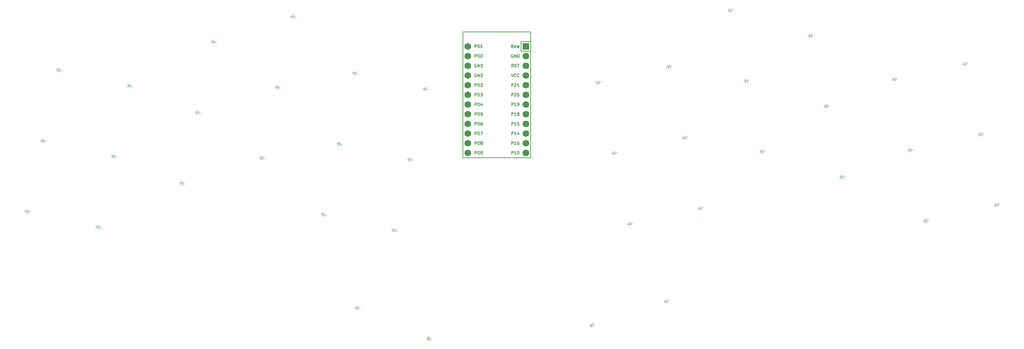
<source format=gbr>
%TF.GenerationSoftware,KiCad,Pcbnew,8.0.7*%
%TF.CreationDate,2025-03-02T16:24:29+01:00*%
%TF.ProjectId,pcb-adjusted,7063622d-6164-46a7-9573-7465642e6b69,v1.0.0*%
%TF.SameCoordinates,Original*%
%TF.FileFunction,Legend,Top*%
%TF.FilePolarity,Positive*%
%FSLAX46Y46*%
G04 Gerber Fmt 4.6, Leading zero omitted, Abs format (unit mm)*
G04 Created by KiCad (PCBNEW 8.0.7) date 2025-03-02 16:24:29*
%MOMM*%
%LPD*%
G01*
G04 APERTURE LIST*
%ADD10C,0.150000*%
%ADD11C,0.100000*%
%ADD12R,1.752600X1.752600*%
%ADD13C,1.752600*%
G04 APERTURE END LIST*
D10*
X203108870Y-119022289D02*
X203108870Y-118222289D01*
X203108870Y-118222289D02*
X203413632Y-118222289D01*
X203413632Y-118222289D02*
X203489822Y-118260384D01*
X203489822Y-118260384D02*
X203527917Y-118298479D01*
X203527917Y-118298479D02*
X203566013Y-118374670D01*
X203566013Y-118374670D02*
X203566013Y-118488955D01*
X203566013Y-118488955D02*
X203527917Y-118565146D01*
X203527917Y-118565146D02*
X203489822Y-118603241D01*
X203489822Y-118603241D02*
X203413632Y-118641336D01*
X203413632Y-118641336D02*
X203108870Y-118641336D01*
X204061251Y-118222289D02*
X204137441Y-118222289D01*
X204137441Y-118222289D02*
X204213632Y-118260384D01*
X204213632Y-118260384D02*
X204251727Y-118298479D01*
X204251727Y-118298479D02*
X204289822Y-118374670D01*
X204289822Y-118374670D02*
X204327917Y-118527051D01*
X204327917Y-118527051D02*
X204327917Y-118717527D01*
X204327917Y-118717527D02*
X204289822Y-118869908D01*
X204289822Y-118869908D02*
X204251727Y-118946098D01*
X204251727Y-118946098D02*
X204213632Y-118984194D01*
X204213632Y-118984194D02*
X204137441Y-119022289D01*
X204137441Y-119022289D02*
X204061251Y-119022289D01*
X204061251Y-119022289D02*
X203985060Y-118984194D01*
X203985060Y-118984194D02*
X203946965Y-118946098D01*
X203946965Y-118946098D02*
X203908870Y-118869908D01*
X203908870Y-118869908D02*
X203870774Y-118717527D01*
X203870774Y-118717527D02*
X203870774Y-118527051D01*
X203870774Y-118527051D02*
X203908870Y-118374670D01*
X203908870Y-118374670D02*
X203946965Y-118298479D01*
X203946965Y-118298479D02*
X203985060Y-118260384D01*
X203985060Y-118260384D02*
X204061251Y-118222289D01*
X205089822Y-119022289D02*
X204632679Y-119022289D01*
X204861251Y-119022289D02*
X204861251Y-118222289D01*
X204861251Y-118222289D02*
X204785060Y-118336574D01*
X204785060Y-118336574D02*
X204708870Y-118412765D01*
X204708870Y-118412765D02*
X204632679Y-118450860D01*
X203108868Y-129182293D02*
X203108868Y-128382293D01*
X203108868Y-128382293D02*
X203413630Y-128382293D01*
X203413630Y-128382293D02*
X203489820Y-128420388D01*
X203489820Y-128420388D02*
X203527915Y-128458483D01*
X203527915Y-128458483D02*
X203566011Y-128534674D01*
X203566011Y-128534674D02*
X203566011Y-128648959D01*
X203566011Y-128648959D02*
X203527915Y-128725150D01*
X203527915Y-128725150D02*
X203489820Y-128763245D01*
X203489820Y-128763245D02*
X203413630Y-128801340D01*
X203413630Y-128801340D02*
X203108868Y-128801340D01*
X204061249Y-128382293D02*
X204137439Y-128382293D01*
X204137439Y-128382293D02*
X204213630Y-128420388D01*
X204213630Y-128420388D02*
X204251725Y-128458483D01*
X204251725Y-128458483D02*
X204289820Y-128534674D01*
X204289820Y-128534674D02*
X204327915Y-128687055D01*
X204327915Y-128687055D02*
X204327915Y-128877531D01*
X204327915Y-128877531D02*
X204289820Y-129029912D01*
X204289820Y-129029912D02*
X204251725Y-129106102D01*
X204251725Y-129106102D02*
X204213630Y-129144198D01*
X204213630Y-129144198D02*
X204137439Y-129182293D01*
X204137439Y-129182293D02*
X204061249Y-129182293D01*
X204061249Y-129182293D02*
X203985058Y-129144198D01*
X203985058Y-129144198D02*
X203946963Y-129106102D01*
X203946963Y-129106102D02*
X203908868Y-129029912D01*
X203908868Y-129029912D02*
X203870772Y-128877531D01*
X203870772Y-128877531D02*
X203870772Y-128687055D01*
X203870772Y-128687055D02*
X203908868Y-128534674D01*
X203908868Y-128534674D02*
X203946963Y-128458483D01*
X203946963Y-128458483D02*
X203985058Y-128420388D01*
X203985058Y-128420388D02*
X204061249Y-128382293D01*
X204632677Y-128458483D02*
X204670773Y-128420388D01*
X204670773Y-128420388D02*
X204746963Y-128382293D01*
X204746963Y-128382293D02*
X204937439Y-128382293D01*
X204937439Y-128382293D02*
X205013630Y-128420388D01*
X205013630Y-128420388D02*
X205051725Y-128458483D01*
X205051725Y-128458483D02*
X205089820Y-128534674D01*
X205089820Y-128534674D02*
X205089820Y-128610864D01*
X205089820Y-128610864D02*
X205051725Y-128725150D01*
X205051725Y-128725150D02*
X204594582Y-129182293D01*
X204594582Y-129182293D02*
X205089820Y-129182293D01*
X213127923Y-119022285D02*
X212861256Y-118641332D01*
X212670780Y-119022285D02*
X212670780Y-118222285D01*
X212670780Y-118222285D02*
X212975542Y-118222285D01*
X212975542Y-118222285D02*
X213051732Y-118260380D01*
X213051732Y-118260380D02*
X213089827Y-118298475D01*
X213089827Y-118298475D02*
X213127923Y-118374666D01*
X213127923Y-118374666D02*
X213127923Y-118488951D01*
X213127923Y-118488951D02*
X213089827Y-118565142D01*
X213089827Y-118565142D02*
X213051732Y-118603237D01*
X213051732Y-118603237D02*
X212975542Y-118641332D01*
X212975542Y-118641332D02*
X212670780Y-118641332D01*
X213432684Y-118793713D02*
X213813637Y-118793713D01*
X213356494Y-119022285D02*
X213623161Y-118222285D01*
X213623161Y-118222285D02*
X213889827Y-119022285D01*
X214080303Y-118222285D02*
X214270779Y-119022285D01*
X214270779Y-119022285D02*
X214423160Y-118450856D01*
X214423160Y-118450856D02*
X214575541Y-119022285D01*
X214575541Y-119022285D02*
X214766018Y-118222285D01*
X203108870Y-131722290D02*
X203108870Y-130922290D01*
X203108870Y-130922290D02*
X203413632Y-130922290D01*
X203413632Y-130922290D02*
X203489822Y-130960385D01*
X203489822Y-130960385D02*
X203527917Y-130998480D01*
X203527917Y-130998480D02*
X203566013Y-131074671D01*
X203566013Y-131074671D02*
X203566013Y-131188956D01*
X203566013Y-131188956D02*
X203527917Y-131265147D01*
X203527917Y-131265147D02*
X203489822Y-131303242D01*
X203489822Y-131303242D02*
X203413632Y-131341337D01*
X203413632Y-131341337D02*
X203108870Y-131341337D01*
X204061251Y-130922290D02*
X204137441Y-130922290D01*
X204137441Y-130922290D02*
X204213632Y-130960385D01*
X204213632Y-130960385D02*
X204251727Y-130998480D01*
X204251727Y-130998480D02*
X204289822Y-131074671D01*
X204289822Y-131074671D02*
X204327917Y-131227052D01*
X204327917Y-131227052D02*
X204327917Y-131417528D01*
X204327917Y-131417528D02*
X204289822Y-131569909D01*
X204289822Y-131569909D02*
X204251727Y-131646099D01*
X204251727Y-131646099D02*
X204213632Y-131684195D01*
X204213632Y-131684195D02*
X204137441Y-131722290D01*
X204137441Y-131722290D02*
X204061251Y-131722290D01*
X204061251Y-131722290D02*
X203985060Y-131684195D01*
X203985060Y-131684195D02*
X203946965Y-131646099D01*
X203946965Y-131646099D02*
X203908870Y-131569909D01*
X203908870Y-131569909D02*
X203870774Y-131417528D01*
X203870774Y-131417528D02*
X203870774Y-131227052D01*
X203870774Y-131227052D02*
X203908870Y-131074671D01*
X203908870Y-131074671D02*
X203946965Y-130998480D01*
X203946965Y-130998480D02*
X203985060Y-130960385D01*
X203985060Y-130960385D02*
X204061251Y-130922290D01*
X204594584Y-130922290D02*
X205089822Y-130922290D01*
X205089822Y-130922290D02*
X204823156Y-131227052D01*
X204823156Y-131227052D02*
X204937441Y-131227052D01*
X204937441Y-131227052D02*
X205013632Y-131265147D01*
X205013632Y-131265147D02*
X205051727Y-131303242D01*
X205051727Y-131303242D02*
X205089822Y-131379433D01*
X205089822Y-131379433D02*
X205089822Y-131569909D01*
X205089822Y-131569909D02*
X205051727Y-131646099D01*
X205051727Y-131646099D02*
X205013632Y-131684195D01*
X205013632Y-131684195D02*
X204937441Y-131722290D01*
X204937441Y-131722290D02*
X204708870Y-131722290D01*
X204708870Y-131722290D02*
X204632679Y-131684195D01*
X204632679Y-131684195D02*
X204594584Y-131646099D01*
X212708872Y-131722291D02*
X212708872Y-130922291D01*
X212708872Y-130922291D02*
X213013634Y-130922291D01*
X213013634Y-130922291D02*
X213089824Y-130960386D01*
X213089824Y-130960386D02*
X213127919Y-130998481D01*
X213127919Y-130998481D02*
X213166015Y-131074672D01*
X213166015Y-131074672D02*
X213166015Y-131188957D01*
X213166015Y-131188957D02*
X213127919Y-131265148D01*
X213127919Y-131265148D02*
X213089824Y-131303243D01*
X213089824Y-131303243D02*
X213013634Y-131341338D01*
X213013634Y-131341338D02*
X212708872Y-131341338D01*
X213470776Y-130998481D02*
X213508872Y-130960386D01*
X213508872Y-130960386D02*
X213585062Y-130922291D01*
X213585062Y-130922291D02*
X213775538Y-130922291D01*
X213775538Y-130922291D02*
X213851729Y-130960386D01*
X213851729Y-130960386D02*
X213889824Y-130998481D01*
X213889824Y-130998481D02*
X213927919Y-131074672D01*
X213927919Y-131074672D02*
X213927919Y-131150862D01*
X213927919Y-131150862D02*
X213889824Y-131265148D01*
X213889824Y-131265148D02*
X213432681Y-131722291D01*
X213432681Y-131722291D02*
X213927919Y-131722291D01*
X214423158Y-130922291D02*
X214499348Y-130922291D01*
X214499348Y-130922291D02*
X214575539Y-130960386D01*
X214575539Y-130960386D02*
X214613634Y-130998481D01*
X214613634Y-130998481D02*
X214651729Y-131074672D01*
X214651729Y-131074672D02*
X214689824Y-131227053D01*
X214689824Y-131227053D02*
X214689824Y-131417529D01*
X214689824Y-131417529D02*
X214651729Y-131569910D01*
X214651729Y-131569910D02*
X214613634Y-131646100D01*
X214613634Y-131646100D02*
X214575539Y-131684196D01*
X214575539Y-131684196D02*
X214499348Y-131722291D01*
X214499348Y-131722291D02*
X214423158Y-131722291D01*
X214423158Y-131722291D02*
X214346967Y-131684196D01*
X214346967Y-131684196D02*
X214308872Y-131646100D01*
X214308872Y-131646100D02*
X214270777Y-131569910D01*
X214270777Y-131569910D02*
X214232681Y-131417529D01*
X214232681Y-131417529D02*
X214232681Y-131227053D01*
X214232681Y-131227053D02*
X214270777Y-131074672D01*
X214270777Y-131074672D02*
X214308872Y-130998481D01*
X214308872Y-130998481D02*
X214346967Y-130960386D01*
X214346967Y-130960386D02*
X214423158Y-130922291D01*
X212708872Y-146962289D02*
X212708872Y-146162289D01*
X212708872Y-146162289D02*
X213013634Y-146162289D01*
X213013634Y-146162289D02*
X213089824Y-146200384D01*
X213089824Y-146200384D02*
X213127919Y-146238479D01*
X213127919Y-146238479D02*
X213166015Y-146314670D01*
X213166015Y-146314670D02*
X213166015Y-146428955D01*
X213166015Y-146428955D02*
X213127919Y-146505146D01*
X213127919Y-146505146D02*
X213089824Y-146543241D01*
X213089824Y-146543241D02*
X213013634Y-146581336D01*
X213013634Y-146581336D02*
X212708872Y-146581336D01*
X213927919Y-146962289D02*
X213470776Y-146962289D01*
X213699348Y-146962289D02*
X213699348Y-146162289D01*
X213699348Y-146162289D02*
X213623157Y-146276574D01*
X213623157Y-146276574D02*
X213546967Y-146352765D01*
X213546967Y-146352765D02*
X213470776Y-146390860D01*
X214423158Y-146162289D02*
X214499348Y-146162289D01*
X214499348Y-146162289D02*
X214575539Y-146200384D01*
X214575539Y-146200384D02*
X214613634Y-146238479D01*
X214613634Y-146238479D02*
X214651729Y-146314670D01*
X214651729Y-146314670D02*
X214689824Y-146467051D01*
X214689824Y-146467051D02*
X214689824Y-146657527D01*
X214689824Y-146657527D02*
X214651729Y-146809908D01*
X214651729Y-146809908D02*
X214613634Y-146886098D01*
X214613634Y-146886098D02*
X214575539Y-146924194D01*
X214575539Y-146924194D02*
X214499348Y-146962289D01*
X214499348Y-146962289D02*
X214423158Y-146962289D01*
X214423158Y-146962289D02*
X214346967Y-146924194D01*
X214346967Y-146924194D02*
X214308872Y-146886098D01*
X214308872Y-146886098D02*
X214270777Y-146809908D01*
X214270777Y-146809908D02*
X214232681Y-146657527D01*
X214232681Y-146657527D02*
X214232681Y-146467051D01*
X214232681Y-146467051D02*
X214270777Y-146314670D01*
X214270777Y-146314670D02*
X214308872Y-146238479D01*
X214308872Y-146238479D02*
X214346967Y-146200384D01*
X214346967Y-146200384D02*
X214423158Y-146162289D01*
X203108867Y-146962293D02*
X203108867Y-146162293D01*
X203108867Y-146162293D02*
X203413629Y-146162293D01*
X203413629Y-146162293D02*
X203489819Y-146200388D01*
X203489819Y-146200388D02*
X203527914Y-146238483D01*
X203527914Y-146238483D02*
X203566010Y-146314674D01*
X203566010Y-146314674D02*
X203566010Y-146428959D01*
X203566010Y-146428959D02*
X203527914Y-146505150D01*
X203527914Y-146505150D02*
X203489819Y-146543245D01*
X203489819Y-146543245D02*
X203413629Y-146581340D01*
X203413629Y-146581340D02*
X203108867Y-146581340D01*
X204061248Y-146162293D02*
X204137438Y-146162293D01*
X204137438Y-146162293D02*
X204213629Y-146200388D01*
X204213629Y-146200388D02*
X204251724Y-146238483D01*
X204251724Y-146238483D02*
X204289819Y-146314674D01*
X204289819Y-146314674D02*
X204327914Y-146467055D01*
X204327914Y-146467055D02*
X204327914Y-146657531D01*
X204327914Y-146657531D02*
X204289819Y-146809912D01*
X204289819Y-146809912D02*
X204251724Y-146886102D01*
X204251724Y-146886102D02*
X204213629Y-146924198D01*
X204213629Y-146924198D02*
X204137438Y-146962293D01*
X204137438Y-146962293D02*
X204061248Y-146962293D01*
X204061248Y-146962293D02*
X203985057Y-146924198D01*
X203985057Y-146924198D02*
X203946962Y-146886102D01*
X203946962Y-146886102D02*
X203908867Y-146809912D01*
X203908867Y-146809912D02*
X203870771Y-146657531D01*
X203870771Y-146657531D02*
X203870771Y-146467055D01*
X203870771Y-146467055D02*
X203908867Y-146314674D01*
X203908867Y-146314674D02*
X203946962Y-146238483D01*
X203946962Y-146238483D02*
X203985057Y-146200388D01*
X203985057Y-146200388D02*
X204061248Y-146162293D01*
X204708867Y-146962293D02*
X204861248Y-146962293D01*
X204861248Y-146962293D02*
X204937438Y-146924198D01*
X204937438Y-146924198D02*
X204975534Y-146886102D01*
X204975534Y-146886102D02*
X205051724Y-146771817D01*
X205051724Y-146771817D02*
X205089819Y-146619436D01*
X205089819Y-146619436D02*
X205089819Y-146314674D01*
X205089819Y-146314674D02*
X205051724Y-146238483D01*
X205051724Y-146238483D02*
X205013629Y-146200388D01*
X205013629Y-146200388D02*
X204937438Y-146162293D01*
X204937438Y-146162293D02*
X204785057Y-146162293D01*
X204785057Y-146162293D02*
X204708867Y-146200388D01*
X204708867Y-146200388D02*
X204670772Y-146238483D01*
X204670772Y-146238483D02*
X204632676Y-146314674D01*
X204632676Y-146314674D02*
X204632676Y-146505150D01*
X204632676Y-146505150D02*
X204670772Y-146581340D01*
X204670772Y-146581340D02*
X204708867Y-146619436D01*
X204708867Y-146619436D02*
X204785057Y-146657531D01*
X204785057Y-146657531D02*
X204937438Y-146657531D01*
X204937438Y-146657531D02*
X205013629Y-146619436D01*
X205013629Y-146619436D02*
X205051724Y-146581340D01*
X205051724Y-146581340D02*
X205089819Y-146505150D01*
X212708872Y-134262288D02*
X212708872Y-133462288D01*
X212708872Y-133462288D02*
X213013634Y-133462288D01*
X213013634Y-133462288D02*
X213089824Y-133500383D01*
X213089824Y-133500383D02*
X213127919Y-133538478D01*
X213127919Y-133538478D02*
X213166015Y-133614669D01*
X213166015Y-133614669D02*
X213166015Y-133728954D01*
X213166015Y-133728954D02*
X213127919Y-133805145D01*
X213127919Y-133805145D02*
X213089824Y-133843240D01*
X213089824Y-133843240D02*
X213013634Y-133881335D01*
X213013634Y-133881335D02*
X212708872Y-133881335D01*
X213927919Y-134262288D02*
X213470776Y-134262288D01*
X213699348Y-134262288D02*
X213699348Y-133462288D01*
X213699348Y-133462288D02*
X213623157Y-133576573D01*
X213623157Y-133576573D02*
X213546967Y-133652764D01*
X213546967Y-133652764D02*
X213470776Y-133690859D01*
X214308872Y-134262288D02*
X214461253Y-134262288D01*
X214461253Y-134262288D02*
X214537443Y-134224193D01*
X214537443Y-134224193D02*
X214575539Y-134186097D01*
X214575539Y-134186097D02*
X214651729Y-134071812D01*
X214651729Y-134071812D02*
X214689824Y-133919431D01*
X214689824Y-133919431D02*
X214689824Y-133614669D01*
X214689824Y-133614669D02*
X214651729Y-133538478D01*
X214651729Y-133538478D02*
X214613634Y-133500383D01*
X214613634Y-133500383D02*
X214537443Y-133462288D01*
X214537443Y-133462288D02*
X214385062Y-133462288D01*
X214385062Y-133462288D02*
X214308872Y-133500383D01*
X214308872Y-133500383D02*
X214270777Y-133538478D01*
X214270777Y-133538478D02*
X214232681Y-133614669D01*
X214232681Y-133614669D02*
X214232681Y-133805145D01*
X214232681Y-133805145D02*
X214270777Y-133881335D01*
X214270777Y-133881335D02*
X214308872Y-133919431D01*
X214308872Y-133919431D02*
X214385062Y-133957526D01*
X214385062Y-133957526D02*
X214537443Y-133957526D01*
X214537443Y-133957526D02*
X214613634Y-133919431D01*
X214613634Y-133919431D02*
X214651729Y-133881335D01*
X214651729Y-133881335D02*
X214689824Y-133805145D01*
X203108872Y-121562288D02*
X203108872Y-120762288D01*
X203108872Y-120762288D02*
X203413634Y-120762288D01*
X203413634Y-120762288D02*
X203489824Y-120800383D01*
X203489824Y-120800383D02*
X203527919Y-120838478D01*
X203527919Y-120838478D02*
X203566015Y-120914669D01*
X203566015Y-120914669D02*
X203566015Y-121028954D01*
X203566015Y-121028954D02*
X203527919Y-121105145D01*
X203527919Y-121105145D02*
X203489824Y-121143240D01*
X203489824Y-121143240D02*
X203413634Y-121181335D01*
X203413634Y-121181335D02*
X203108872Y-121181335D01*
X204061253Y-120762288D02*
X204137443Y-120762288D01*
X204137443Y-120762288D02*
X204213634Y-120800383D01*
X204213634Y-120800383D02*
X204251729Y-120838478D01*
X204251729Y-120838478D02*
X204289824Y-120914669D01*
X204289824Y-120914669D02*
X204327919Y-121067050D01*
X204327919Y-121067050D02*
X204327919Y-121257526D01*
X204327919Y-121257526D02*
X204289824Y-121409907D01*
X204289824Y-121409907D02*
X204251729Y-121486097D01*
X204251729Y-121486097D02*
X204213634Y-121524193D01*
X204213634Y-121524193D02*
X204137443Y-121562288D01*
X204137443Y-121562288D02*
X204061253Y-121562288D01*
X204061253Y-121562288D02*
X203985062Y-121524193D01*
X203985062Y-121524193D02*
X203946967Y-121486097D01*
X203946967Y-121486097D02*
X203908872Y-121409907D01*
X203908872Y-121409907D02*
X203870776Y-121257526D01*
X203870776Y-121257526D02*
X203870776Y-121067050D01*
X203870776Y-121067050D02*
X203908872Y-120914669D01*
X203908872Y-120914669D02*
X203946967Y-120838478D01*
X203946967Y-120838478D02*
X203985062Y-120800383D01*
X203985062Y-120800383D02*
X204061253Y-120762288D01*
X204823158Y-120762288D02*
X204899348Y-120762288D01*
X204899348Y-120762288D02*
X204975539Y-120800383D01*
X204975539Y-120800383D02*
X205013634Y-120838478D01*
X205013634Y-120838478D02*
X205051729Y-120914669D01*
X205051729Y-120914669D02*
X205089824Y-121067050D01*
X205089824Y-121067050D02*
X205089824Y-121257526D01*
X205089824Y-121257526D02*
X205051729Y-121409907D01*
X205051729Y-121409907D02*
X205013634Y-121486097D01*
X205013634Y-121486097D02*
X204975539Y-121524193D01*
X204975539Y-121524193D02*
X204899348Y-121562288D01*
X204899348Y-121562288D02*
X204823158Y-121562288D01*
X204823158Y-121562288D02*
X204746967Y-121524193D01*
X204746967Y-121524193D02*
X204708872Y-121486097D01*
X204708872Y-121486097D02*
X204670777Y-121409907D01*
X204670777Y-121409907D02*
X204632681Y-121257526D01*
X204632681Y-121257526D02*
X204632681Y-121067050D01*
X204632681Y-121067050D02*
X204670777Y-120914669D01*
X204670777Y-120914669D02*
X204708872Y-120838478D01*
X204708872Y-120838478D02*
X204746967Y-120800383D01*
X204746967Y-120800383D02*
X204823158Y-120762288D01*
X203108870Y-139342287D02*
X203108870Y-138542287D01*
X203108870Y-138542287D02*
X203413632Y-138542287D01*
X203413632Y-138542287D02*
X203489822Y-138580382D01*
X203489822Y-138580382D02*
X203527917Y-138618477D01*
X203527917Y-138618477D02*
X203566013Y-138694668D01*
X203566013Y-138694668D02*
X203566013Y-138808953D01*
X203566013Y-138808953D02*
X203527917Y-138885144D01*
X203527917Y-138885144D02*
X203489822Y-138923239D01*
X203489822Y-138923239D02*
X203413632Y-138961334D01*
X203413632Y-138961334D02*
X203108870Y-138961334D01*
X204061251Y-138542287D02*
X204137441Y-138542287D01*
X204137441Y-138542287D02*
X204213632Y-138580382D01*
X204213632Y-138580382D02*
X204251727Y-138618477D01*
X204251727Y-138618477D02*
X204289822Y-138694668D01*
X204289822Y-138694668D02*
X204327917Y-138847049D01*
X204327917Y-138847049D02*
X204327917Y-139037525D01*
X204327917Y-139037525D02*
X204289822Y-139189906D01*
X204289822Y-139189906D02*
X204251727Y-139266096D01*
X204251727Y-139266096D02*
X204213632Y-139304192D01*
X204213632Y-139304192D02*
X204137441Y-139342287D01*
X204137441Y-139342287D02*
X204061251Y-139342287D01*
X204061251Y-139342287D02*
X203985060Y-139304192D01*
X203985060Y-139304192D02*
X203946965Y-139266096D01*
X203946965Y-139266096D02*
X203908870Y-139189906D01*
X203908870Y-139189906D02*
X203870774Y-139037525D01*
X203870774Y-139037525D02*
X203870774Y-138847049D01*
X203870774Y-138847049D02*
X203908870Y-138694668D01*
X203908870Y-138694668D02*
X203946965Y-138618477D01*
X203946965Y-138618477D02*
X203985060Y-138580382D01*
X203985060Y-138580382D02*
X204061251Y-138542287D01*
X205013632Y-138542287D02*
X204861251Y-138542287D01*
X204861251Y-138542287D02*
X204785060Y-138580382D01*
X204785060Y-138580382D02*
X204746965Y-138618477D01*
X204746965Y-138618477D02*
X204670775Y-138732763D01*
X204670775Y-138732763D02*
X204632679Y-138885144D01*
X204632679Y-138885144D02*
X204632679Y-139189906D01*
X204632679Y-139189906D02*
X204670775Y-139266096D01*
X204670775Y-139266096D02*
X204708870Y-139304192D01*
X204708870Y-139304192D02*
X204785060Y-139342287D01*
X204785060Y-139342287D02*
X204937441Y-139342287D01*
X204937441Y-139342287D02*
X205013632Y-139304192D01*
X205013632Y-139304192D02*
X205051727Y-139266096D01*
X205051727Y-139266096D02*
X205089822Y-139189906D01*
X205089822Y-139189906D02*
X205089822Y-138999430D01*
X205089822Y-138999430D02*
X205051727Y-138923239D01*
X205051727Y-138923239D02*
X205013632Y-138885144D01*
X205013632Y-138885144D02*
X204937441Y-138847049D01*
X204937441Y-138847049D02*
X204785060Y-138847049D01*
X204785060Y-138847049D02*
X204708870Y-138885144D01*
X204708870Y-138885144D02*
X204670775Y-138923239D01*
X204670775Y-138923239D02*
X204632679Y-138999430D01*
X203470775Y-125880385D02*
X203394585Y-125842290D01*
X203394585Y-125842290D02*
X203280299Y-125842290D01*
X203280299Y-125842290D02*
X203166013Y-125880385D01*
X203166013Y-125880385D02*
X203089823Y-125956575D01*
X203089823Y-125956575D02*
X203051728Y-126032766D01*
X203051728Y-126032766D02*
X203013632Y-126185147D01*
X203013632Y-126185147D02*
X203013632Y-126299433D01*
X203013632Y-126299433D02*
X203051728Y-126451814D01*
X203051728Y-126451814D02*
X203089823Y-126528004D01*
X203089823Y-126528004D02*
X203166013Y-126604195D01*
X203166013Y-126604195D02*
X203280299Y-126642290D01*
X203280299Y-126642290D02*
X203356490Y-126642290D01*
X203356490Y-126642290D02*
X203470775Y-126604195D01*
X203470775Y-126604195D02*
X203508871Y-126566099D01*
X203508871Y-126566099D02*
X203508871Y-126299433D01*
X203508871Y-126299433D02*
X203356490Y-126299433D01*
X203851728Y-126642290D02*
X203851728Y-125842290D01*
X203851728Y-125842290D02*
X204308871Y-126642290D01*
X204308871Y-126642290D02*
X204308871Y-125842290D01*
X204689823Y-126642290D02*
X204689823Y-125842290D01*
X204689823Y-125842290D02*
X204880299Y-125842290D01*
X204880299Y-125842290D02*
X204994585Y-125880385D01*
X204994585Y-125880385D02*
X205070775Y-125956575D01*
X205070775Y-125956575D02*
X205108870Y-126032766D01*
X205108870Y-126032766D02*
X205146966Y-126185147D01*
X205146966Y-126185147D02*
X205146966Y-126299433D01*
X205146966Y-126299433D02*
X205108870Y-126451814D01*
X205108870Y-126451814D02*
X205070775Y-126528004D01*
X205070775Y-126528004D02*
X204994585Y-126604195D01*
X204994585Y-126604195D02*
X204880299Y-126642290D01*
X204880299Y-126642290D02*
X204689823Y-126642290D01*
X212708871Y-129182291D02*
X212708871Y-128382291D01*
X212708871Y-128382291D02*
X213013633Y-128382291D01*
X213013633Y-128382291D02*
X213089823Y-128420386D01*
X213089823Y-128420386D02*
X213127918Y-128458481D01*
X213127918Y-128458481D02*
X213166014Y-128534672D01*
X213166014Y-128534672D02*
X213166014Y-128648957D01*
X213166014Y-128648957D02*
X213127918Y-128725148D01*
X213127918Y-128725148D02*
X213089823Y-128763243D01*
X213089823Y-128763243D02*
X213013633Y-128801338D01*
X213013633Y-128801338D02*
X212708871Y-128801338D01*
X213470775Y-128458481D02*
X213508871Y-128420386D01*
X213508871Y-128420386D02*
X213585061Y-128382291D01*
X213585061Y-128382291D02*
X213775537Y-128382291D01*
X213775537Y-128382291D02*
X213851728Y-128420386D01*
X213851728Y-128420386D02*
X213889823Y-128458481D01*
X213889823Y-128458481D02*
X213927918Y-128534672D01*
X213927918Y-128534672D02*
X213927918Y-128610862D01*
X213927918Y-128610862D02*
X213889823Y-128725148D01*
X213889823Y-128725148D02*
X213432680Y-129182291D01*
X213432680Y-129182291D02*
X213927918Y-129182291D01*
X214689823Y-129182291D02*
X214232680Y-129182291D01*
X214461252Y-129182291D02*
X214461252Y-128382291D01*
X214461252Y-128382291D02*
X214385061Y-128496576D01*
X214385061Y-128496576D02*
X214308871Y-128572767D01*
X214308871Y-128572767D02*
X214232680Y-128610862D01*
X212708874Y-136802285D02*
X212708874Y-136002285D01*
X212708874Y-136002285D02*
X213013636Y-136002285D01*
X213013636Y-136002285D02*
X213089826Y-136040380D01*
X213089826Y-136040380D02*
X213127921Y-136078475D01*
X213127921Y-136078475D02*
X213166017Y-136154666D01*
X213166017Y-136154666D02*
X213166017Y-136268951D01*
X213166017Y-136268951D02*
X213127921Y-136345142D01*
X213127921Y-136345142D02*
X213089826Y-136383237D01*
X213089826Y-136383237D02*
X213013636Y-136421332D01*
X213013636Y-136421332D02*
X212708874Y-136421332D01*
X213927921Y-136802285D02*
X213470778Y-136802285D01*
X213699350Y-136802285D02*
X213699350Y-136002285D01*
X213699350Y-136002285D02*
X213623159Y-136116570D01*
X213623159Y-136116570D02*
X213546969Y-136192761D01*
X213546969Y-136192761D02*
X213470778Y-136230856D01*
X214385064Y-136345142D02*
X214308874Y-136307047D01*
X214308874Y-136307047D02*
X214270779Y-136268951D01*
X214270779Y-136268951D02*
X214232683Y-136192761D01*
X214232683Y-136192761D02*
X214232683Y-136154666D01*
X214232683Y-136154666D02*
X214270779Y-136078475D01*
X214270779Y-136078475D02*
X214308874Y-136040380D01*
X214308874Y-136040380D02*
X214385064Y-136002285D01*
X214385064Y-136002285D02*
X214537445Y-136002285D01*
X214537445Y-136002285D02*
X214613636Y-136040380D01*
X214613636Y-136040380D02*
X214651731Y-136078475D01*
X214651731Y-136078475D02*
X214689826Y-136154666D01*
X214689826Y-136154666D02*
X214689826Y-136192761D01*
X214689826Y-136192761D02*
X214651731Y-136268951D01*
X214651731Y-136268951D02*
X214613636Y-136307047D01*
X214613636Y-136307047D02*
X214537445Y-136345142D01*
X214537445Y-136345142D02*
X214385064Y-136345142D01*
X214385064Y-136345142D02*
X214308874Y-136383237D01*
X214308874Y-136383237D02*
X214270779Y-136421332D01*
X214270779Y-136421332D02*
X214232683Y-136497523D01*
X214232683Y-136497523D02*
X214232683Y-136649904D01*
X214232683Y-136649904D02*
X214270779Y-136726094D01*
X214270779Y-136726094D02*
X214308874Y-136764190D01*
X214308874Y-136764190D02*
X214385064Y-136802285D01*
X214385064Y-136802285D02*
X214537445Y-136802285D01*
X214537445Y-136802285D02*
X214613636Y-136764190D01*
X214613636Y-136764190D02*
X214651731Y-136726094D01*
X214651731Y-136726094D02*
X214689826Y-136649904D01*
X214689826Y-136649904D02*
X214689826Y-136497523D01*
X214689826Y-136497523D02*
X214651731Y-136421332D01*
X214651731Y-136421332D02*
X214613636Y-136383237D01*
X214613636Y-136383237D02*
X214537445Y-136345142D01*
X203108870Y-134262287D02*
X203108870Y-133462287D01*
X203108870Y-133462287D02*
X203413632Y-133462287D01*
X203413632Y-133462287D02*
X203489822Y-133500382D01*
X203489822Y-133500382D02*
X203527917Y-133538477D01*
X203527917Y-133538477D02*
X203566013Y-133614668D01*
X203566013Y-133614668D02*
X203566013Y-133728953D01*
X203566013Y-133728953D02*
X203527917Y-133805144D01*
X203527917Y-133805144D02*
X203489822Y-133843239D01*
X203489822Y-133843239D02*
X203413632Y-133881334D01*
X203413632Y-133881334D02*
X203108870Y-133881334D01*
X204061251Y-133462287D02*
X204137441Y-133462287D01*
X204137441Y-133462287D02*
X204213632Y-133500382D01*
X204213632Y-133500382D02*
X204251727Y-133538477D01*
X204251727Y-133538477D02*
X204289822Y-133614668D01*
X204289822Y-133614668D02*
X204327917Y-133767049D01*
X204327917Y-133767049D02*
X204327917Y-133957525D01*
X204327917Y-133957525D02*
X204289822Y-134109906D01*
X204289822Y-134109906D02*
X204251727Y-134186096D01*
X204251727Y-134186096D02*
X204213632Y-134224192D01*
X204213632Y-134224192D02*
X204137441Y-134262287D01*
X204137441Y-134262287D02*
X204061251Y-134262287D01*
X204061251Y-134262287D02*
X203985060Y-134224192D01*
X203985060Y-134224192D02*
X203946965Y-134186096D01*
X203946965Y-134186096D02*
X203908870Y-134109906D01*
X203908870Y-134109906D02*
X203870774Y-133957525D01*
X203870774Y-133957525D02*
X203870774Y-133767049D01*
X203870774Y-133767049D02*
X203908870Y-133614668D01*
X203908870Y-133614668D02*
X203946965Y-133538477D01*
X203946965Y-133538477D02*
X203985060Y-133500382D01*
X203985060Y-133500382D02*
X204061251Y-133462287D01*
X205013632Y-133728953D02*
X205013632Y-134262287D01*
X204823156Y-133424192D02*
X204632679Y-133995620D01*
X204632679Y-133995620D02*
X205127918Y-133995620D01*
X203108871Y-136802287D02*
X203108871Y-136002287D01*
X203108871Y-136002287D02*
X203413633Y-136002287D01*
X203413633Y-136002287D02*
X203489823Y-136040382D01*
X203489823Y-136040382D02*
X203527918Y-136078477D01*
X203527918Y-136078477D02*
X203566014Y-136154668D01*
X203566014Y-136154668D02*
X203566014Y-136268953D01*
X203566014Y-136268953D02*
X203527918Y-136345144D01*
X203527918Y-136345144D02*
X203489823Y-136383239D01*
X203489823Y-136383239D02*
X203413633Y-136421334D01*
X203413633Y-136421334D02*
X203108871Y-136421334D01*
X204061252Y-136002287D02*
X204137442Y-136002287D01*
X204137442Y-136002287D02*
X204213633Y-136040382D01*
X204213633Y-136040382D02*
X204251728Y-136078477D01*
X204251728Y-136078477D02*
X204289823Y-136154668D01*
X204289823Y-136154668D02*
X204327918Y-136307049D01*
X204327918Y-136307049D02*
X204327918Y-136497525D01*
X204327918Y-136497525D02*
X204289823Y-136649906D01*
X204289823Y-136649906D02*
X204251728Y-136726096D01*
X204251728Y-136726096D02*
X204213633Y-136764192D01*
X204213633Y-136764192D02*
X204137442Y-136802287D01*
X204137442Y-136802287D02*
X204061252Y-136802287D01*
X204061252Y-136802287D02*
X203985061Y-136764192D01*
X203985061Y-136764192D02*
X203946966Y-136726096D01*
X203946966Y-136726096D02*
X203908871Y-136649906D01*
X203908871Y-136649906D02*
X203870775Y-136497525D01*
X203870775Y-136497525D02*
X203870775Y-136307049D01*
X203870775Y-136307049D02*
X203908871Y-136154668D01*
X203908871Y-136154668D02*
X203946966Y-136078477D01*
X203946966Y-136078477D02*
X203985061Y-136040382D01*
X203985061Y-136040382D02*
X204061252Y-136002287D01*
X205051728Y-136002287D02*
X204670776Y-136002287D01*
X204670776Y-136002287D02*
X204632680Y-136383239D01*
X204632680Y-136383239D02*
X204670776Y-136345144D01*
X204670776Y-136345144D02*
X204746966Y-136307049D01*
X204746966Y-136307049D02*
X204937442Y-136307049D01*
X204937442Y-136307049D02*
X205013633Y-136345144D01*
X205013633Y-136345144D02*
X205051728Y-136383239D01*
X205051728Y-136383239D02*
X205089823Y-136459430D01*
X205089823Y-136459430D02*
X205089823Y-136649906D01*
X205089823Y-136649906D02*
X205051728Y-136726096D01*
X205051728Y-136726096D02*
X205013633Y-136764192D01*
X205013633Y-136764192D02*
X204937442Y-136802287D01*
X204937442Y-136802287D02*
X204746966Y-136802287D01*
X204746966Y-136802287D02*
X204670776Y-136764192D01*
X204670776Y-136764192D02*
X204632680Y-136726096D01*
X213242205Y-124102289D02*
X212975538Y-123721336D01*
X212785062Y-124102289D02*
X212785062Y-123302289D01*
X212785062Y-123302289D02*
X213089824Y-123302289D01*
X213089824Y-123302289D02*
X213166014Y-123340384D01*
X213166014Y-123340384D02*
X213204109Y-123378479D01*
X213204109Y-123378479D02*
X213242205Y-123454670D01*
X213242205Y-123454670D02*
X213242205Y-123568955D01*
X213242205Y-123568955D02*
X213204109Y-123645146D01*
X213204109Y-123645146D02*
X213166014Y-123683241D01*
X213166014Y-123683241D02*
X213089824Y-123721336D01*
X213089824Y-123721336D02*
X212785062Y-123721336D01*
X213546966Y-124064194D02*
X213661252Y-124102289D01*
X213661252Y-124102289D02*
X213851728Y-124102289D01*
X213851728Y-124102289D02*
X213927919Y-124064194D01*
X213927919Y-124064194D02*
X213966014Y-124026098D01*
X213966014Y-124026098D02*
X214004109Y-123949908D01*
X214004109Y-123949908D02*
X214004109Y-123873717D01*
X214004109Y-123873717D02*
X213966014Y-123797527D01*
X213966014Y-123797527D02*
X213927919Y-123759432D01*
X213927919Y-123759432D02*
X213851728Y-123721336D01*
X213851728Y-123721336D02*
X213699347Y-123683241D01*
X213699347Y-123683241D02*
X213623157Y-123645146D01*
X213623157Y-123645146D02*
X213585062Y-123607051D01*
X213585062Y-123607051D02*
X213546966Y-123530860D01*
X213546966Y-123530860D02*
X213546966Y-123454670D01*
X213546966Y-123454670D02*
X213585062Y-123378479D01*
X213585062Y-123378479D02*
X213623157Y-123340384D01*
X213623157Y-123340384D02*
X213699347Y-123302289D01*
X213699347Y-123302289D02*
X213889824Y-123302289D01*
X213889824Y-123302289D02*
X214004109Y-123340384D01*
X214232681Y-123302289D02*
X214689824Y-123302289D01*
X214461252Y-124102289D02*
X214461252Y-123302289D01*
X212708872Y-139342288D02*
X212708872Y-138542288D01*
X212708872Y-138542288D02*
X213013634Y-138542288D01*
X213013634Y-138542288D02*
X213089824Y-138580383D01*
X213089824Y-138580383D02*
X213127919Y-138618478D01*
X213127919Y-138618478D02*
X213166015Y-138694669D01*
X213166015Y-138694669D02*
X213166015Y-138808954D01*
X213166015Y-138808954D02*
X213127919Y-138885145D01*
X213127919Y-138885145D02*
X213089824Y-138923240D01*
X213089824Y-138923240D02*
X213013634Y-138961335D01*
X213013634Y-138961335D02*
X212708872Y-138961335D01*
X213927919Y-139342288D02*
X213470776Y-139342288D01*
X213699348Y-139342288D02*
X213699348Y-138542288D01*
X213699348Y-138542288D02*
X213623157Y-138656573D01*
X213623157Y-138656573D02*
X213546967Y-138732764D01*
X213546967Y-138732764D02*
X213470776Y-138770859D01*
X214651729Y-138542288D02*
X214270777Y-138542288D01*
X214270777Y-138542288D02*
X214232681Y-138923240D01*
X214232681Y-138923240D02*
X214270777Y-138885145D01*
X214270777Y-138885145D02*
X214346967Y-138847050D01*
X214346967Y-138847050D02*
X214537443Y-138847050D01*
X214537443Y-138847050D02*
X214613634Y-138885145D01*
X214613634Y-138885145D02*
X214651729Y-138923240D01*
X214651729Y-138923240D02*
X214689824Y-138999431D01*
X214689824Y-138999431D02*
X214689824Y-139189907D01*
X214689824Y-139189907D02*
X214651729Y-139266097D01*
X214651729Y-139266097D02*
X214613634Y-139304193D01*
X214613634Y-139304193D02*
X214537443Y-139342288D01*
X214537443Y-139342288D02*
X214346967Y-139342288D01*
X214346967Y-139342288D02*
X214270777Y-139304193D01*
X214270777Y-139304193D02*
X214232681Y-139266097D01*
X203108869Y-144422287D02*
X203108869Y-143622287D01*
X203108869Y-143622287D02*
X203413631Y-143622287D01*
X203413631Y-143622287D02*
X203489821Y-143660382D01*
X203489821Y-143660382D02*
X203527916Y-143698477D01*
X203527916Y-143698477D02*
X203566012Y-143774668D01*
X203566012Y-143774668D02*
X203566012Y-143888953D01*
X203566012Y-143888953D02*
X203527916Y-143965144D01*
X203527916Y-143965144D02*
X203489821Y-144003239D01*
X203489821Y-144003239D02*
X203413631Y-144041334D01*
X203413631Y-144041334D02*
X203108869Y-144041334D01*
X204061250Y-143622287D02*
X204137440Y-143622287D01*
X204137440Y-143622287D02*
X204213631Y-143660382D01*
X204213631Y-143660382D02*
X204251726Y-143698477D01*
X204251726Y-143698477D02*
X204289821Y-143774668D01*
X204289821Y-143774668D02*
X204327916Y-143927049D01*
X204327916Y-143927049D02*
X204327916Y-144117525D01*
X204327916Y-144117525D02*
X204289821Y-144269906D01*
X204289821Y-144269906D02*
X204251726Y-144346096D01*
X204251726Y-144346096D02*
X204213631Y-144384192D01*
X204213631Y-144384192D02*
X204137440Y-144422287D01*
X204137440Y-144422287D02*
X204061250Y-144422287D01*
X204061250Y-144422287D02*
X203985059Y-144384192D01*
X203985059Y-144384192D02*
X203946964Y-144346096D01*
X203946964Y-144346096D02*
X203908869Y-144269906D01*
X203908869Y-144269906D02*
X203870773Y-144117525D01*
X203870773Y-144117525D02*
X203870773Y-143927049D01*
X203870773Y-143927049D02*
X203908869Y-143774668D01*
X203908869Y-143774668D02*
X203946964Y-143698477D01*
X203946964Y-143698477D02*
X203985059Y-143660382D01*
X203985059Y-143660382D02*
X204061250Y-143622287D01*
X204785059Y-143965144D02*
X204708869Y-143927049D01*
X204708869Y-143927049D02*
X204670774Y-143888953D01*
X204670774Y-143888953D02*
X204632678Y-143812763D01*
X204632678Y-143812763D02*
X204632678Y-143774668D01*
X204632678Y-143774668D02*
X204670774Y-143698477D01*
X204670774Y-143698477D02*
X204708869Y-143660382D01*
X204708869Y-143660382D02*
X204785059Y-143622287D01*
X204785059Y-143622287D02*
X204937440Y-143622287D01*
X204937440Y-143622287D02*
X205013631Y-143660382D01*
X205013631Y-143660382D02*
X205051726Y-143698477D01*
X205051726Y-143698477D02*
X205089821Y-143774668D01*
X205089821Y-143774668D02*
X205089821Y-143812763D01*
X205089821Y-143812763D02*
X205051726Y-143888953D01*
X205051726Y-143888953D02*
X205013631Y-143927049D01*
X205013631Y-143927049D02*
X204937440Y-143965144D01*
X204937440Y-143965144D02*
X204785059Y-143965144D01*
X204785059Y-143965144D02*
X204708869Y-144003239D01*
X204708869Y-144003239D02*
X204670774Y-144041334D01*
X204670774Y-144041334D02*
X204632678Y-144117525D01*
X204632678Y-144117525D02*
X204632678Y-144269906D01*
X204632678Y-144269906D02*
X204670774Y-144346096D01*
X204670774Y-144346096D02*
X204708869Y-144384192D01*
X204708869Y-144384192D02*
X204785059Y-144422287D01*
X204785059Y-144422287D02*
X204937440Y-144422287D01*
X204937440Y-144422287D02*
X205013631Y-144384192D01*
X205013631Y-144384192D02*
X205051726Y-144346096D01*
X205051726Y-144346096D02*
X205089821Y-144269906D01*
X205089821Y-144269906D02*
X205089821Y-144117525D01*
X205089821Y-144117525D02*
X205051726Y-144041334D01*
X205051726Y-144041334D02*
X205013631Y-144003239D01*
X205013631Y-144003239D02*
X204937440Y-143965144D01*
X212708870Y-141882289D02*
X212708870Y-141082289D01*
X212708870Y-141082289D02*
X213013632Y-141082289D01*
X213013632Y-141082289D02*
X213089822Y-141120384D01*
X213089822Y-141120384D02*
X213127917Y-141158479D01*
X213127917Y-141158479D02*
X213166013Y-141234670D01*
X213166013Y-141234670D02*
X213166013Y-141348955D01*
X213166013Y-141348955D02*
X213127917Y-141425146D01*
X213127917Y-141425146D02*
X213089822Y-141463241D01*
X213089822Y-141463241D02*
X213013632Y-141501336D01*
X213013632Y-141501336D02*
X212708870Y-141501336D01*
X213927917Y-141882289D02*
X213470774Y-141882289D01*
X213699346Y-141882289D02*
X213699346Y-141082289D01*
X213699346Y-141082289D02*
X213623155Y-141196574D01*
X213623155Y-141196574D02*
X213546965Y-141272765D01*
X213546965Y-141272765D02*
X213470774Y-141310860D01*
X214613632Y-141348955D02*
X214613632Y-141882289D01*
X214423156Y-141044194D02*
X214232679Y-141615622D01*
X214232679Y-141615622D02*
X214727918Y-141615622D01*
X203108871Y-141882289D02*
X203108871Y-141082289D01*
X203108871Y-141082289D02*
X203413633Y-141082289D01*
X203413633Y-141082289D02*
X203489823Y-141120384D01*
X203489823Y-141120384D02*
X203527918Y-141158479D01*
X203527918Y-141158479D02*
X203566014Y-141234670D01*
X203566014Y-141234670D02*
X203566014Y-141348955D01*
X203566014Y-141348955D02*
X203527918Y-141425146D01*
X203527918Y-141425146D02*
X203489823Y-141463241D01*
X203489823Y-141463241D02*
X203413633Y-141501336D01*
X203413633Y-141501336D02*
X203108871Y-141501336D01*
X204061252Y-141082289D02*
X204137442Y-141082289D01*
X204137442Y-141082289D02*
X204213633Y-141120384D01*
X204213633Y-141120384D02*
X204251728Y-141158479D01*
X204251728Y-141158479D02*
X204289823Y-141234670D01*
X204289823Y-141234670D02*
X204327918Y-141387051D01*
X204327918Y-141387051D02*
X204327918Y-141577527D01*
X204327918Y-141577527D02*
X204289823Y-141729908D01*
X204289823Y-141729908D02*
X204251728Y-141806098D01*
X204251728Y-141806098D02*
X204213633Y-141844194D01*
X204213633Y-141844194D02*
X204137442Y-141882289D01*
X204137442Y-141882289D02*
X204061252Y-141882289D01*
X204061252Y-141882289D02*
X203985061Y-141844194D01*
X203985061Y-141844194D02*
X203946966Y-141806098D01*
X203946966Y-141806098D02*
X203908871Y-141729908D01*
X203908871Y-141729908D02*
X203870775Y-141577527D01*
X203870775Y-141577527D02*
X203870775Y-141387051D01*
X203870775Y-141387051D02*
X203908871Y-141234670D01*
X203908871Y-141234670D02*
X203946966Y-141158479D01*
X203946966Y-141158479D02*
X203985061Y-141120384D01*
X203985061Y-141120384D02*
X204061252Y-141082289D01*
X204594585Y-141082289D02*
X205127919Y-141082289D01*
X205127919Y-141082289D02*
X204785061Y-141882289D01*
X213070778Y-120800386D02*
X212994588Y-120762291D01*
X212994588Y-120762291D02*
X212880302Y-120762291D01*
X212880302Y-120762291D02*
X212766016Y-120800386D01*
X212766016Y-120800386D02*
X212689826Y-120876576D01*
X212689826Y-120876576D02*
X212651731Y-120952767D01*
X212651731Y-120952767D02*
X212613635Y-121105148D01*
X212613635Y-121105148D02*
X212613635Y-121219434D01*
X212613635Y-121219434D02*
X212651731Y-121371815D01*
X212651731Y-121371815D02*
X212689826Y-121448005D01*
X212689826Y-121448005D02*
X212766016Y-121524196D01*
X212766016Y-121524196D02*
X212880302Y-121562291D01*
X212880302Y-121562291D02*
X212956493Y-121562291D01*
X212956493Y-121562291D02*
X213070778Y-121524196D01*
X213070778Y-121524196D02*
X213108874Y-121486100D01*
X213108874Y-121486100D02*
X213108874Y-121219434D01*
X213108874Y-121219434D02*
X212956493Y-121219434D01*
X213451731Y-121562291D02*
X213451731Y-120762291D01*
X213451731Y-120762291D02*
X213908874Y-121562291D01*
X213908874Y-121562291D02*
X213908874Y-120762291D01*
X214289826Y-121562291D02*
X214289826Y-120762291D01*
X214289826Y-120762291D02*
X214480302Y-120762291D01*
X214480302Y-120762291D02*
X214594588Y-120800386D01*
X214594588Y-120800386D02*
X214670778Y-120876576D01*
X214670778Y-120876576D02*
X214708873Y-120952767D01*
X214708873Y-120952767D02*
X214746969Y-121105148D01*
X214746969Y-121105148D02*
X214746969Y-121219434D01*
X214746969Y-121219434D02*
X214708873Y-121371815D01*
X214708873Y-121371815D02*
X214670778Y-121448005D01*
X214670778Y-121448005D02*
X214594588Y-121524196D01*
X214594588Y-121524196D02*
X214480302Y-121562291D01*
X214480302Y-121562291D02*
X214289826Y-121562291D01*
X203470777Y-123340384D02*
X203394587Y-123302289D01*
X203394587Y-123302289D02*
X203280301Y-123302289D01*
X203280301Y-123302289D02*
X203166015Y-123340384D01*
X203166015Y-123340384D02*
X203089825Y-123416574D01*
X203089825Y-123416574D02*
X203051730Y-123492765D01*
X203051730Y-123492765D02*
X203013634Y-123645146D01*
X203013634Y-123645146D02*
X203013634Y-123759432D01*
X203013634Y-123759432D02*
X203051730Y-123911813D01*
X203051730Y-123911813D02*
X203089825Y-123988003D01*
X203089825Y-123988003D02*
X203166015Y-124064194D01*
X203166015Y-124064194D02*
X203280301Y-124102289D01*
X203280301Y-124102289D02*
X203356492Y-124102289D01*
X203356492Y-124102289D02*
X203470777Y-124064194D01*
X203470777Y-124064194D02*
X203508873Y-124026098D01*
X203508873Y-124026098D02*
X203508873Y-123759432D01*
X203508873Y-123759432D02*
X203356492Y-123759432D01*
X203851730Y-124102289D02*
X203851730Y-123302289D01*
X203851730Y-123302289D02*
X204308873Y-124102289D01*
X204308873Y-124102289D02*
X204308873Y-123302289D01*
X204689825Y-124102289D02*
X204689825Y-123302289D01*
X204689825Y-123302289D02*
X204880301Y-123302289D01*
X204880301Y-123302289D02*
X204994587Y-123340384D01*
X204994587Y-123340384D02*
X205070777Y-123416574D01*
X205070777Y-123416574D02*
X205108872Y-123492765D01*
X205108872Y-123492765D02*
X205146968Y-123645146D01*
X205146968Y-123645146D02*
X205146968Y-123759432D01*
X205146968Y-123759432D02*
X205108872Y-123911813D01*
X205108872Y-123911813D02*
X205070777Y-123988003D01*
X205070777Y-123988003D02*
X204994587Y-124064194D01*
X204994587Y-124064194D02*
X204880301Y-124102289D01*
X204880301Y-124102289D02*
X204689825Y-124102289D01*
X212613634Y-125842291D02*
X212880301Y-126642291D01*
X212880301Y-126642291D02*
X213146967Y-125842291D01*
X213870777Y-126566100D02*
X213832681Y-126604196D01*
X213832681Y-126604196D02*
X213718396Y-126642291D01*
X213718396Y-126642291D02*
X213642205Y-126642291D01*
X213642205Y-126642291D02*
X213527919Y-126604196D01*
X213527919Y-126604196D02*
X213451729Y-126528005D01*
X213451729Y-126528005D02*
X213413634Y-126451815D01*
X213413634Y-126451815D02*
X213375538Y-126299434D01*
X213375538Y-126299434D02*
X213375538Y-126185148D01*
X213375538Y-126185148D02*
X213413634Y-126032767D01*
X213413634Y-126032767D02*
X213451729Y-125956576D01*
X213451729Y-125956576D02*
X213527919Y-125880386D01*
X213527919Y-125880386D02*
X213642205Y-125842291D01*
X213642205Y-125842291D02*
X213718396Y-125842291D01*
X213718396Y-125842291D02*
X213832681Y-125880386D01*
X213832681Y-125880386D02*
X213870777Y-125918481D01*
X214670777Y-126566100D02*
X214632681Y-126604196D01*
X214632681Y-126604196D02*
X214518396Y-126642291D01*
X214518396Y-126642291D02*
X214442205Y-126642291D01*
X214442205Y-126642291D02*
X214327919Y-126604196D01*
X214327919Y-126604196D02*
X214251729Y-126528005D01*
X214251729Y-126528005D02*
X214213634Y-126451815D01*
X214213634Y-126451815D02*
X214175538Y-126299434D01*
X214175538Y-126299434D02*
X214175538Y-126185148D01*
X214175538Y-126185148D02*
X214213634Y-126032767D01*
X214213634Y-126032767D02*
X214251729Y-125956576D01*
X214251729Y-125956576D02*
X214327919Y-125880386D01*
X214327919Y-125880386D02*
X214442205Y-125842291D01*
X214442205Y-125842291D02*
X214518396Y-125842291D01*
X214518396Y-125842291D02*
X214632681Y-125880386D01*
X214632681Y-125880386D02*
X214670777Y-125918481D01*
X212708870Y-144422290D02*
X212708870Y-143622290D01*
X212708870Y-143622290D02*
X213013632Y-143622290D01*
X213013632Y-143622290D02*
X213089822Y-143660385D01*
X213089822Y-143660385D02*
X213127917Y-143698480D01*
X213127917Y-143698480D02*
X213166013Y-143774671D01*
X213166013Y-143774671D02*
X213166013Y-143888956D01*
X213166013Y-143888956D02*
X213127917Y-143965147D01*
X213127917Y-143965147D02*
X213089822Y-144003242D01*
X213089822Y-144003242D02*
X213013632Y-144041337D01*
X213013632Y-144041337D02*
X212708870Y-144041337D01*
X213927917Y-144422290D02*
X213470774Y-144422290D01*
X213699346Y-144422290D02*
X213699346Y-143622290D01*
X213699346Y-143622290D02*
X213623155Y-143736575D01*
X213623155Y-143736575D02*
X213546965Y-143812766D01*
X213546965Y-143812766D02*
X213470774Y-143850861D01*
X214613632Y-143622290D02*
X214461251Y-143622290D01*
X214461251Y-143622290D02*
X214385060Y-143660385D01*
X214385060Y-143660385D02*
X214346965Y-143698480D01*
X214346965Y-143698480D02*
X214270775Y-143812766D01*
X214270775Y-143812766D02*
X214232679Y-143965147D01*
X214232679Y-143965147D02*
X214232679Y-144269909D01*
X214232679Y-144269909D02*
X214270775Y-144346099D01*
X214270775Y-144346099D02*
X214308870Y-144384195D01*
X214308870Y-144384195D02*
X214385060Y-144422290D01*
X214385060Y-144422290D02*
X214537441Y-144422290D01*
X214537441Y-144422290D02*
X214613632Y-144384195D01*
X214613632Y-144384195D02*
X214651727Y-144346099D01*
X214651727Y-144346099D02*
X214689822Y-144269909D01*
X214689822Y-144269909D02*
X214689822Y-144079433D01*
X214689822Y-144079433D02*
X214651727Y-144003242D01*
X214651727Y-144003242D02*
X214613632Y-143965147D01*
X214613632Y-143965147D02*
X214537441Y-143927052D01*
X214537441Y-143927052D02*
X214385060Y-143927052D01*
X214385060Y-143927052D02*
X214308870Y-143965147D01*
X214308870Y-143965147D02*
X214270775Y-144003242D01*
X214270775Y-144003242D02*
X214232679Y-144079433D01*
D11*
%TO.C,D22*%
X335071900Y-141846672D02*
X335462423Y-141760097D01*
X335462423Y-141760097D02*
X335343379Y-141223134D01*
X335462423Y-141760097D02*
X335581456Y-142297061D01*
X335462423Y-141760097D02*
X335961624Y-141239715D01*
X335961624Y-141239715D02*
X336134775Y-142020751D01*
X336048197Y-141630233D02*
X336536346Y-141522014D01*
X336134775Y-142020751D02*
X335462423Y-141760097D01*
%TO.C,D23*%
X330959543Y-123297044D02*
X331350066Y-123210469D01*
X331350066Y-123210469D02*
X331231022Y-122673506D01*
X331350066Y-123210469D02*
X331469099Y-123747433D01*
X331350066Y-123210469D02*
X331849267Y-122690087D01*
X331849267Y-122690087D02*
X332022418Y-123471123D01*
X331935840Y-123080605D02*
X332423989Y-122972386D01*
X332022418Y-123471123D02*
X331350066Y-123210469D01*
%TO.C,D28*%
X294509627Y-134450646D02*
X294900150Y-134364071D01*
X294900150Y-134364071D02*
X294781106Y-133827108D01*
X294900150Y-134364071D02*
X295019183Y-134901035D01*
X294900150Y-134364071D02*
X295399351Y-133843689D01*
X295399351Y-133843689D02*
X295572502Y-134624725D01*
X295485924Y-134234207D02*
X295974073Y-134125988D01*
X295572502Y-134624725D02*
X294900150Y-134364071D01*
%TO.C,D10*%
X146490983Y-147779088D02*
X146881502Y-147865664D01*
X146881502Y-147865664D02*
X146762460Y-148402626D01*
X146881502Y-147865664D02*
X147000543Y-147328698D01*
X146881502Y-147865664D02*
X147553854Y-147605008D01*
X147380702Y-148386042D02*
X146881502Y-147865664D01*
X147467278Y-147995528D02*
X147955425Y-148103746D01*
X147553854Y-147605008D02*
X147380702Y-148386042D01*
%TO.C,D3*%
X93222947Y-124702775D02*
X93613466Y-124789351D01*
X93613466Y-124789351D02*
X93494424Y-125326313D01*
X93613466Y-124789351D02*
X93732507Y-124252385D01*
X93613466Y-124789351D02*
X94285818Y-124528695D01*
X94112666Y-125309729D02*
X93613466Y-124789351D01*
X94199242Y-124919215D02*
X94687389Y-125027433D01*
X94285818Y-124528695D02*
X94112666Y-125309729D01*
%TO.C,D24*%
X320634624Y-164508643D02*
X321025147Y-164422068D01*
X321025147Y-164422068D02*
X320906103Y-163885105D01*
X321025147Y-164422068D02*
X321144180Y-164959032D01*
X321025147Y-164422068D02*
X321524348Y-163901686D01*
X321524348Y-163901686D02*
X321697499Y-164682722D01*
X321610921Y-164292204D02*
X322099070Y-164183985D01*
X321697499Y-164682722D02*
X321025147Y-164422068D01*
%TO.C,D1*%
X84998246Y-161802016D02*
X85388765Y-161888592D01*
X85388765Y-161888592D02*
X85269723Y-162425554D01*
X85388765Y-161888592D02*
X85507806Y-161351626D01*
X85388765Y-161888592D02*
X86061117Y-161627936D01*
X85887965Y-162408970D02*
X85388765Y-161888592D01*
X85974541Y-162018456D02*
X86462688Y-162126674D01*
X86061117Y-161627936D02*
X85887965Y-162408970D01*
%TO.C,D13*%
X162659772Y-162630698D02*
X163050291Y-162717274D01*
X163050291Y-162717274D02*
X162931249Y-163254236D01*
X163050291Y-162717274D02*
X163169332Y-162180308D01*
X163050291Y-162717274D02*
X163722643Y-162456618D01*
X163549491Y-163237652D02*
X163050291Y-162717274D01*
X163636067Y-162847138D02*
X164124214Y-162955356D01*
X163722643Y-162456618D02*
X163549491Y-163237652D01*
%TO.C,D17*%
X185321747Y-148193428D02*
X185712266Y-148280004D01*
X185712266Y-148280004D02*
X185593224Y-148816966D01*
X185712266Y-148280004D02*
X185831307Y-147743038D01*
X185712266Y-148280004D02*
X186384618Y-148019348D01*
X186211466Y-148800382D02*
X185712266Y-148280004D01*
X186298042Y-148409868D02*
X186786189Y-148518086D01*
X186384618Y-148019348D02*
X186211466Y-148800382D01*
%TO.C,D2*%
X89110592Y-143252403D02*
X89501111Y-143338979D01*
X89501111Y-143338979D02*
X89382069Y-143875941D01*
X89501111Y-143338979D02*
X89620152Y-142802013D01*
X89501111Y-143338979D02*
X90173463Y-143078323D01*
X90000311Y-143859357D02*
X89501111Y-143338979D01*
X90086887Y-143468843D02*
X90575034Y-143577061D01*
X90173463Y-143078323D02*
X90000311Y-143859357D01*
%TO.C,D33*%
X261522713Y-161224967D02*
X261913236Y-161138392D01*
X261913236Y-161138392D02*
X261794192Y-160601429D01*
X261913236Y-161138392D02*
X262032269Y-161675356D01*
X261913236Y-161138392D02*
X262412437Y-160618010D01*
X262412437Y-160618010D02*
X262585588Y-161399046D01*
X262499010Y-161008528D02*
X262987159Y-160900309D01*
X262585588Y-161399046D02*
X261913236Y-161138392D01*
%TO.C,D20*%
X190355111Y-195019723D02*
X190709917Y-195204426D01*
X190709917Y-195204426D02*
X190455952Y-195692278D01*
X190709917Y-195204426D02*
X190963877Y-194716565D01*
X190709917Y-195204426D02*
X191426822Y-195126667D01*
X191057420Y-195836276D02*
X190709917Y-195204426D01*
X191242124Y-195481474D02*
X191685625Y-195712347D01*
X191426822Y-195126667D02*
X191057420Y-195836276D01*
%TO.C,D27*%
X298621972Y-153000266D02*
X299012495Y-152913691D01*
X299012495Y-152913691D02*
X298893451Y-152376728D01*
X299012495Y-152913691D02*
X299131528Y-153450655D01*
X299012495Y-152913691D02*
X299511696Y-152393309D01*
X299511696Y-152393309D02*
X299684847Y-153174345D01*
X299598269Y-152783827D02*
X300086418Y-152675608D01*
X299684847Y-153174345D02*
X299012495Y-152913691D01*
%TO.C,D11*%
X150603338Y-129229459D02*
X150993857Y-129316035D01*
X150993857Y-129316035D02*
X150874815Y-129852997D01*
X150993857Y-129316035D02*
X151112898Y-128779069D01*
X150993857Y-129316035D02*
X151666209Y-129055379D01*
X151493057Y-129836413D02*
X150993857Y-129316035D01*
X151579633Y-129445899D02*
X152067780Y-129554117D01*
X151666209Y-129055379D02*
X151493057Y-129836413D01*
%TO.C,D32*%
X269466809Y-109274114D02*
X269857332Y-109187539D01*
X269857332Y-109187539D02*
X269738288Y-108650576D01*
X269857332Y-109187539D02*
X269976365Y-109724503D01*
X269857332Y-109187539D02*
X270356533Y-108667157D01*
X270356533Y-108667157D02*
X270529684Y-109448193D01*
X270443106Y-109057675D02*
X270931255Y-108949456D01*
X270529684Y-109448193D02*
X269857332Y-109187539D01*
%TO.C,D38*%
X234748391Y-128238066D02*
X235138914Y-128151491D01*
X235138914Y-128151491D02*
X235019870Y-127614528D01*
X235138914Y-128151491D02*
X235257947Y-128688455D01*
X235138914Y-128151491D02*
X235638115Y-127631109D01*
X235638115Y-127631109D02*
X235811266Y-128412145D01*
X235724688Y-128021627D02*
X236212837Y-127913408D01*
X235811266Y-128412145D02*
X235138914Y-128151491D01*
%TO.C,D12*%
X154715683Y-110679838D02*
X155106202Y-110766414D01*
X155106202Y-110766414D02*
X154987160Y-111303376D01*
X155106202Y-110766414D02*
X155225243Y-110229448D01*
X155106202Y-110766414D02*
X155778554Y-110505758D01*
X155605402Y-111286792D02*
X155106202Y-110766414D01*
X155691978Y-110896278D02*
X156180125Y-111004496D01*
X155778554Y-110505758D02*
X155605402Y-111286792D01*
%TO.C,D26*%
X312409916Y-127409399D02*
X312800439Y-127322824D01*
X312800439Y-127322824D02*
X312681395Y-126785861D01*
X312800439Y-127322824D02*
X312919472Y-127859788D01*
X312800439Y-127322824D02*
X313299640Y-126802442D01*
X313299640Y-126802442D02*
X313472791Y-127583478D01*
X313386213Y-127192960D02*
X313874362Y-127084741D01*
X313472791Y-127583478D02*
X312800439Y-127322824D01*
%TO.C,D7*%
X125560520Y-154405987D02*
X125951039Y-154492563D01*
X125951039Y-154492563D02*
X125831997Y-155029525D01*
X125951039Y-154492563D02*
X126070080Y-153955597D01*
X125951039Y-154492563D02*
X126623391Y-154231907D01*
X126450239Y-155012941D02*
X125951039Y-154492563D01*
X126536815Y-154622427D02*
X127024962Y-154730645D01*
X126623391Y-154231907D02*
X126450239Y-155012941D01*
%TO.C,D8*%
X129672879Y-135856368D02*
X130063398Y-135942944D01*
X130063398Y-135942944D02*
X129944356Y-136479906D01*
X130063398Y-135942944D02*
X130182439Y-135405978D01*
X130063398Y-135942944D02*
X130735750Y-135682288D01*
X130562598Y-136463322D02*
X130063398Y-135942944D01*
X130649174Y-136072808D02*
X131137321Y-136181026D01*
X130735750Y-135682288D02*
X130562598Y-136463322D01*
%TO.C,D37*%
X238860748Y-146787703D02*
X239251271Y-146701128D01*
X239251271Y-146701128D02*
X239132227Y-146164165D01*
X239251271Y-146701128D02*
X239370304Y-147238092D01*
X239251271Y-146701128D02*
X239750472Y-146180746D01*
X239750472Y-146180746D02*
X239923623Y-146961782D01*
X239837045Y-146571264D02*
X240325194Y-146463045D01*
X239923623Y-146961782D02*
X239251271Y-146701128D01*
%TO.C,D34*%
X257410366Y-142675341D02*
X257800889Y-142588766D01*
X257800889Y-142588766D02*
X257681845Y-142051803D01*
X257800889Y-142588766D02*
X257919922Y-143125730D01*
X257800889Y-142588766D02*
X258300090Y-142068384D01*
X258300090Y-142068384D02*
X258473241Y-142849420D01*
X258386663Y-142458902D02*
X258874812Y-142350683D01*
X258473241Y-142849420D02*
X257800889Y-142588766D01*
%TO.C,D16*%
X181209398Y-166743046D02*
X181599917Y-166829622D01*
X181599917Y-166829622D02*
X181480875Y-167366584D01*
X181599917Y-166829622D02*
X181718958Y-166292656D01*
X181599917Y-166829622D02*
X182272269Y-166568966D01*
X182099117Y-167350000D02*
X181599917Y-166829622D01*
X182185693Y-166959486D02*
X182673840Y-167067704D01*
X182272269Y-166568966D02*
X182099117Y-167350000D01*
%TO.C,D18*%
X189434101Y-129643798D02*
X189824620Y-129730374D01*
X189824620Y-129730374D02*
X189705578Y-130267336D01*
X189824620Y-129730374D02*
X189943661Y-129193408D01*
X189824620Y-129730374D02*
X190496972Y-129469718D01*
X190323820Y-130250752D02*
X189824620Y-129730374D01*
X190410396Y-129860238D02*
X190898543Y-129968456D01*
X190496972Y-129469718D02*
X190323820Y-130250752D01*
%TO.C,D21*%
X339184242Y-160396297D02*
X339574765Y-160309722D01*
X339574765Y-160309722D02*
X339455721Y-159772759D01*
X339574765Y-160309722D02*
X339693798Y-160846686D01*
X339574765Y-160309722D02*
X340073966Y-159789340D01*
X340073966Y-159789340D02*
X340247117Y-160570376D01*
X340160539Y-160179858D02*
X340648688Y-160071639D01*
X340247117Y-160570376D02*
X339574765Y-160309722D01*
%TO.C,D39*%
X252616243Y-185733630D02*
X253006766Y-185647055D01*
X253006766Y-185647055D02*
X252887722Y-185110092D01*
X253006766Y-185647055D02*
X253125799Y-186184019D01*
X253006766Y-185647055D02*
X253505967Y-185126673D01*
X253505967Y-185126673D02*
X253679118Y-185907709D01*
X253592540Y-185517191D02*
X254080689Y-185408972D01*
X253679118Y-185907709D02*
X253006766Y-185647055D01*
%TO.C,D9*%
X133785230Y-117306737D02*
X134175749Y-117393313D01*
X134175749Y-117393313D02*
X134056707Y-117930275D01*
X134175749Y-117393313D02*
X134294790Y-116856347D01*
X134175749Y-117393313D02*
X134848101Y-117132657D01*
X134674949Y-117913691D02*
X134175749Y-117393313D01*
X134761525Y-117523177D02*
X135249672Y-117631395D01*
X134848101Y-117132657D02*
X134674949Y-117913691D01*
%TO.C,D15*%
X170884478Y-125531443D02*
X171274997Y-125618019D01*
X171274997Y-125618019D02*
X171155955Y-126154981D01*
X171274997Y-125618019D02*
X171394038Y-125081053D01*
X171274997Y-125618019D02*
X171947349Y-125357363D01*
X171774197Y-126138397D02*
X171274997Y-125618019D01*
X171860773Y-125747883D02*
X172348920Y-125856101D01*
X171947349Y-125357363D02*
X171774197Y-126138397D01*
%TO.C,D4*%
X103547861Y-165914372D02*
X103938380Y-166000948D01*
X103938380Y-166000948D02*
X103819338Y-166537910D01*
X103938380Y-166000948D02*
X104057421Y-165463982D01*
X103938380Y-166000948D02*
X104610732Y-165740292D01*
X104437580Y-166521326D02*
X103938380Y-166000948D01*
X104524156Y-166130812D02*
X105012303Y-166239030D01*
X104610732Y-165740292D02*
X104437580Y-166521326D01*
%TO.C,D35*%
X253298023Y-124125719D02*
X253688546Y-124039144D01*
X253688546Y-124039144D02*
X253569502Y-123502181D01*
X253688546Y-124039144D02*
X253807579Y-124576108D01*
X253688546Y-124039144D02*
X254187747Y-123518762D01*
X254187747Y-123518762D02*
X254360898Y-124299798D01*
X254274320Y-123909280D02*
X254762469Y-123801061D01*
X254360898Y-124299798D02*
X253688546Y-124039144D01*
%TO.C,D40*%
X233167077Y-192107310D02*
X233521881Y-191922610D01*
X233521881Y-191922610D02*
X233267918Y-191434754D01*
X233521881Y-191922610D02*
X233775843Y-192410468D01*
X233521881Y-191922610D02*
X233869388Y-191290757D01*
X233869388Y-191290757D02*
X234238787Y-192000370D01*
X234054086Y-191645561D02*
X234497591Y-191414688D01*
X234238787Y-192000370D02*
X233521881Y-191922610D01*
%TO.C,D6*%
X111772574Y-128815121D02*
X112163093Y-128901697D01*
X112163093Y-128901697D02*
X112044051Y-129438659D01*
X112163093Y-128901697D02*
X112282134Y-128364731D01*
X112163093Y-128901697D02*
X112835445Y-128641041D01*
X112662293Y-129422075D02*
X112163093Y-128901697D01*
X112748869Y-129031561D02*
X113237016Y-129139779D01*
X112835445Y-128641041D02*
X112662293Y-129422075D01*
%TO.C,D19*%
X171566233Y-187139352D02*
X171956752Y-187225928D01*
X171956752Y-187225928D02*
X171837710Y-187762890D01*
X171956752Y-187225928D02*
X172075793Y-186688962D01*
X171956752Y-187225928D02*
X172629104Y-186965272D01*
X172455952Y-187746306D02*
X171956752Y-187225928D01*
X172542528Y-187355792D02*
X173030675Y-187464010D01*
X172629104Y-186965272D02*
X172455952Y-187746306D01*
%TO.C,D5*%
X107660210Y-147364742D02*
X108050729Y-147451318D01*
X108050729Y-147451318D02*
X107931687Y-147988280D01*
X108050729Y-147451318D02*
X108169770Y-146914352D01*
X108050729Y-147451318D02*
X108723081Y-147190662D01*
X108549929Y-147971696D02*
X108050729Y-147451318D01*
X108636505Y-147581182D02*
X109124652Y-147689400D01*
X108723081Y-147190662D02*
X108549929Y-147971696D01*
%TO.C,D30*%
X277691507Y-146373358D02*
X278082030Y-146286783D01*
X278082030Y-146286783D02*
X277962986Y-145749820D01*
X278082030Y-146286783D02*
X278201063Y-146823747D01*
X278082030Y-146286783D02*
X278581231Y-145766401D01*
X278581231Y-145766401D02*
X278754382Y-146547437D01*
X278667804Y-146156919D02*
X279155953Y-146048700D01*
X278754382Y-146547437D02*
X278082030Y-146286783D01*
%TO.C,D14*%
X166772125Y-144081069D02*
X167162644Y-144167645D01*
X167162644Y-144167645D02*
X167043602Y-144704607D01*
X167162644Y-144167645D02*
X167281685Y-143630679D01*
X167162644Y-144167645D02*
X167834996Y-143906989D01*
X167661844Y-144688023D02*
X167162644Y-144167645D01*
X167748420Y-144297509D02*
X168236567Y-144405727D01*
X167834996Y-143906989D02*
X167661844Y-144688023D01*
%TO.C,D25*%
X316522272Y-145959026D02*
X316912795Y-145872451D01*
X316912795Y-145872451D02*
X316793751Y-145335488D01*
X316912795Y-145872451D02*
X317031828Y-146409415D01*
X316912795Y-145872451D02*
X317411996Y-145352069D01*
X317411996Y-145352069D02*
X317585147Y-146133105D01*
X317498569Y-145742587D02*
X317986718Y-145634368D01*
X317585147Y-146133105D02*
X316912795Y-145872451D01*
%TO.C,D31*%
X273579156Y-127823739D02*
X273969679Y-127737164D01*
X273969679Y-127737164D02*
X273850635Y-127200201D01*
X273969679Y-127737164D02*
X274088712Y-128274128D01*
X273969679Y-127737164D02*
X274468880Y-127216782D01*
X274468880Y-127216782D02*
X274642031Y-127997818D01*
X274555453Y-127607300D02*
X275043602Y-127499081D01*
X274642031Y-127997818D02*
X273969679Y-127737164D01*
%TO.C,D29*%
X290397261Y-115901017D02*
X290787784Y-115814442D01*
X290787784Y-115814442D02*
X290668740Y-115277479D01*
X290787784Y-115814442D02*
X290906817Y-116351406D01*
X290787784Y-115814442D02*
X291286985Y-115294060D01*
X291286985Y-115294060D02*
X291460136Y-116075096D01*
X291373558Y-115684578D02*
X291861707Y-115576359D01*
X291460136Y-116075096D02*
X290787784Y-115814442D01*
%TO.C,D36*%
X242973088Y-165337314D02*
X243363611Y-165250739D01*
X243363611Y-165250739D02*
X243244567Y-164713776D01*
X243363611Y-165250739D02*
X243482644Y-165787703D01*
X243363611Y-165250739D02*
X243862812Y-164730357D01*
X243862812Y-164730357D02*
X244035963Y-165511393D01*
X243949385Y-165120875D02*
X244437534Y-165012656D01*
X244035963Y-165511393D02*
X243363611Y-165250739D01*
D10*
%TO.C,MCU1*%
X199990300Y-114849993D02*
X199990299Y-147869994D01*
X199990299Y-147869994D02*
X217770301Y-147869994D01*
X215230300Y-117389994D02*
X215230299Y-119929993D01*
X215230300Y-117389994D02*
X217770301Y-117389994D01*
X215230299Y-119929993D02*
X217770296Y-119929993D01*
X217770299Y-114849993D02*
X199990300Y-114849993D01*
X217770301Y-147869994D02*
X217770299Y-114849993D01*
%TD*%
D12*
%TO.C,MCU1*%
X216500300Y-118659992D03*
D13*
X216500298Y-121199993D03*
X216500301Y-123739998D03*
X216500300Y-126279994D03*
X216500301Y-128819995D03*
X216500302Y-131359994D03*
X216500300Y-133899993D03*
X216500300Y-136439995D03*
X216500300Y-138979994D03*
X216500300Y-141519994D03*
X216500300Y-144059994D03*
X216500301Y-146599995D03*
X201260299Y-118659993D03*
X201260300Y-121199994D03*
X201260300Y-123739994D03*
X201260300Y-126279994D03*
X201260300Y-128819993D03*
X201260300Y-131359995D03*
X201260298Y-133899994D03*
X201260299Y-136439993D03*
X201260300Y-138979994D03*
X201260299Y-141519990D03*
X201260302Y-144059995D03*
X201260300Y-146599996D03*
%TD*%
M02*

</source>
